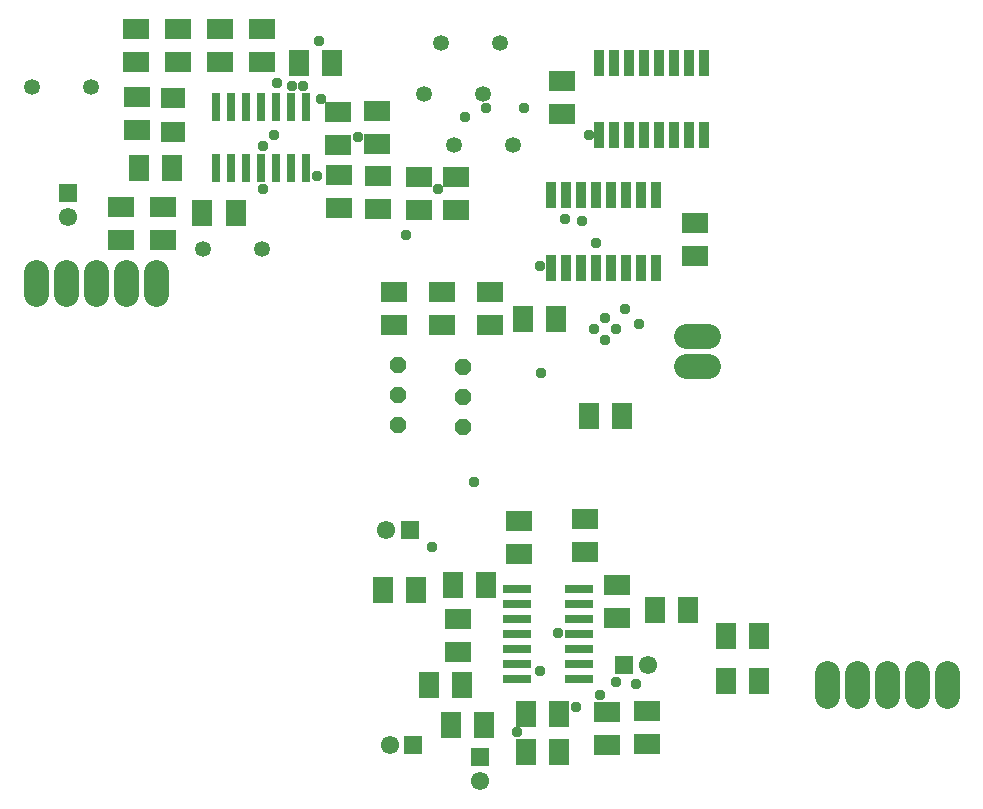
<source format=gbr>
G04 EAGLE Gerber X2 export*
%TF.Part,Single*%
%TF.FileFunction,Soldermask,Top,1*%
%TF.FilePolarity,Positive*%
%TF.GenerationSoftware,Autodesk,EAGLE,9.2.2*%
%TF.CreationDate,2019-06-08T20:53:20Z*%
G75*
%MOMM*%
%FSLAX34Y34*%
%LPD*%
%INSoldermask Top*%
%AMOC8*
5,1,8,0,0,1.08239X$1,22.5*%
G01*
%ADD10C,1.346200*%
%ADD11R,1.553200X1.553200*%
%ADD12C,1.553200*%
%ADD13R,2.003200X1.803200*%
%ADD14R,0.863600X2.235200*%
%ADD15R,0.803200X2.403200*%
%ADD16R,1.803200X2.203200*%
%ADD17R,2.203200X1.803200*%
%ADD18P,1.527469X8X292.500000*%
%ADD19R,2.403200X0.803200*%
%ADD20C,2.082800*%
%ADD21C,0.959600*%


D10*
X221887Y468437D03*
X171887Y468437D03*
D11*
X57395Y515723D03*
D12*
X57395Y495723D03*
D10*
X384099Y557010D03*
X434099Y557010D03*
X408805Y599770D03*
X358805Y599770D03*
X373162Y642869D03*
X423162Y642869D03*
D13*
X146017Y568112D03*
X146017Y596112D03*
D14*
X555501Y514458D03*
X555501Y452990D03*
X542801Y514458D03*
X530101Y514458D03*
X542801Y452990D03*
X530101Y452990D03*
X517401Y514458D03*
X517401Y452990D03*
X504701Y514458D03*
X504701Y452990D03*
X492001Y514458D03*
X479301Y514458D03*
X492001Y452990D03*
X479301Y452990D03*
X466601Y514458D03*
X466601Y452990D03*
X596177Y626312D03*
X596177Y564844D03*
X583477Y626312D03*
X570777Y626312D03*
X583477Y564844D03*
X570777Y564844D03*
X558077Y626312D03*
X558077Y564844D03*
X545377Y626312D03*
X545377Y564844D03*
X532677Y626312D03*
X519977Y626312D03*
X532677Y564844D03*
X519977Y564844D03*
X507277Y626312D03*
X507277Y564844D03*
D15*
X245743Y589132D03*
X245743Y537132D03*
X258443Y589132D03*
X233043Y589132D03*
X220343Y589132D03*
X258443Y537132D03*
X233043Y537132D03*
X220343Y537132D03*
X194943Y589132D03*
X194943Y537132D03*
X207643Y589132D03*
X182243Y589132D03*
X207643Y537132D03*
X182243Y537132D03*
D16*
X498520Y326961D03*
X526520Y326961D03*
D17*
X150363Y654662D03*
X150363Y626662D03*
X185802Y654662D03*
X185802Y626662D03*
X221241Y654662D03*
X221241Y626662D03*
X588083Y462984D03*
X588083Y490984D03*
X115962Y597061D03*
X115962Y569061D03*
X475433Y611165D03*
X475433Y583165D03*
X354428Y501446D03*
X354428Y529446D03*
X318659Y585508D03*
X318659Y557508D03*
X385618Y501930D03*
X385618Y529930D03*
X285999Y584900D03*
X285999Y556900D03*
D16*
X117376Y537194D03*
X145376Y537194D03*
D17*
X320206Y530599D03*
X320206Y502599D03*
X333213Y432097D03*
X333213Y404097D03*
X373745Y432097D03*
X373745Y404097D03*
X414277Y432097D03*
X414277Y404097D03*
D16*
X171165Y499481D03*
X199165Y499481D03*
X252580Y626559D03*
X280580Y626559D03*
D18*
X336546Y319400D03*
X336546Y344800D03*
X336546Y370200D03*
X391420Y318041D03*
X391420Y343441D03*
X391420Y368841D03*
D19*
X437683Y168091D03*
X489683Y168091D03*
X437683Y180791D03*
X437683Y155391D03*
X437683Y142691D03*
X489683Y180791D03*
X489683Y155391D03*
X489683Y142691D03*
X437683Y117291D03*
X489683Y117291D03*
X437683Y129991D03*
X437683Y104591D03*
X489683Y129991D03*
X489683Y104591D03*
D17*
X439424Y238310D03*
X439424Y210310D03*
D16*
X470326Y409311D03*
X442326Y409311D03*
X362791Y99135D03*
X390791Y99135D03*
X445048Y43189D03*
X473048Y43189D03*
D17*
X495232Y240481D03*
X495232Y212481D03*
D16*
X554336Y163229D03*
X582336Y163229D03*
D17*
X547217Y77266D03*
X547217Y49266D03*
X521926Y183937D03*
X521926Y155937D03*
X387583Y155475D03*
X387583Y127475D03*
D16*
X383363Y183890D03*
X411363Y183890D03*
D17*
X513718Y48743D03*
X513718Y76743D03*
D16*
X614451Y103014D03*
X642451Y103014D03*
X444910Y75138D03*
X472910Y75138D03*
X409620Y66040D03*
X381620Y66040D03*
X324263Y179802D03*
X352263Y179802D03*
X642300Y141245D03*
X614300Y141245D03*
D20*
X30000Y430602D02*
X30000Y449398D01*
X55400Y449398D02*
X55400Y430602D01*
X80800Y430602D02*
X80800Y449398D01*
X106200Y449398D02*
X106200Y430602D01*
X131600Y430602D02*
X131600Y449398D01*
D10*
X26641Y605575D03*
X76641Y605575D03*
D17*
X114923Y654662D03*
X114923Y626662D03*
X286623Y503255D03*
X286623Y531255D03*
D20*
X700000Y109398D02*
X700000Y90602D01*
X725400Y90602D02*
X725400Y109398D01*
X750800Y109398D02*
X750800Y90602D01*
X776200Y90602D02*
X776200Y109398D01*
X801600Y109398D02*
X801600Y90602D01*
D11*
X346768Y230965D03*
D12*
X326768Y230965D03*
D11*
X349862Y48476D03*
D12*
X329862Y48476D03*
D11*
X405754Y38637D03*
D12*
X405754Y18637D03*
D11*
X528047Y116866D03*
D12*
X548047Y116866D03*
D20*
X580602Y370000D02*
X599398Y370000D01*
X599398Y395400D02*
X580602Y395400D01*
D17*
X101922Y504458D03*
X101922Y476458D03*
X138006Y476591D03*
X138006Y504591D03*
D21*
X487680Y80772D03*
X457200Y111252D03*
X521208Y400812D03*
X512064Y391668D03*
X234696Y609600D03*
X269748Y644652D03*
X457200Y454152D03*
X498348Y565404D03*
X472440Y143256D03*
X222504Y519684D03*
X507492Y91440D03*
X231648Y565404D03*
X222504Y556260D03*
X400812Y271272D03*
X268224Y530352D03*
X521208Y102108D03*
X512064Y409956D03*
X502920Y400812D03*
X492252Y492252D03*
X457568Y363709D03*
X528828Y417576D03*
X541020Y405384D03*
X303276Y563880D03*
X343558Y480372D03*
X246888Y606552D03*
X504444Y473964D03*
X478536Y493776D03*
X370332Y519684D03*
X256032Y606552D03*
X411480Y588264D03*
X393210Y580315D03*
X443484Y588264D03*
X271272Y595884D03*
X365760Y216408D03*
X437388Y59436D03*
X537972Y100584D03*
M02*

</source>
